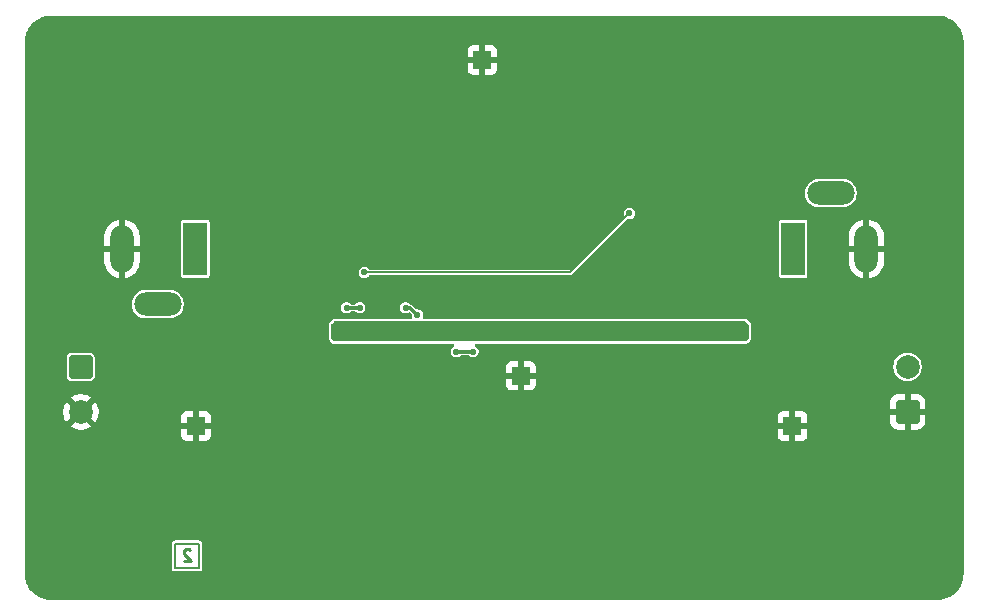
<source format=gbr>
%TF.GenerationSoftware,KiCad,Pcbnew,9.0.6+1*%
%TF.CreationDate,Date%
%TF.ProjectId,Input-Protection,496e7075-742d-4507-926f-74656374696f,+ (Unreleased)*%
%TF.SameCoordinates,Original*%
%TF.FileFunction,Copper,L2,Bot*%
%TF.FilePolarity,Positive*%
%FSLAX46Y46*%
G04 Gerber Fmt 4.6, Leading zero omitted, Abs format (unit mm)*
G04 Created by KiCad*
%MOMM*%
%LPD*%
G01*
G04 APERTURE LIST*
G04 Aperture macros list*
%AMRoundRect*
0 Rectangle with rounded corners*
0 $1 Rounding radius*
0 $2 $3 $4 $5 $6 $7 $8 $9 X,Y pos of 4 corners*
0 Add a 4 corners polygon primitive as box body*
4,1,4,$2,$3,$4,$5,$6,$7,$8,$9,$2,$3,0*
0 Add four circle primitives for the rounded corners*
1,1,$1+$1,$2,$3*
1,1,$1+$1,$4,$5*
1,1,$1+$1,$6,$7*
1,1,$1+$1,$8,$9*
0 Add four rect primitives between the rounded corners*
20,1,$1+$1,$2,$3,$4,$5,0*
20,1,$1+$1,$4,$5,$6,$7,0*
20,1,$1+$1,$6,$7,$8,$9,0*
20,1,$1+$1,$8,$9,$2,$3,0*%
G04 Aperture macros list end*
%ADD10C,0.250000*%
%TA.AperFunction,NonConductor*%
%ADD11C,0.250000*%
%TD*%
%TA.AperFunction,EtchedComponent*%
%ADD12C,0.200000*%
%TD*%
%TA.AperFunction,ComponentPad*%
%ADD13R,1.500000X1.500000*%
%TD*%
%TA.AperFunction,ComponentPad*%
%ADD14R,2.000000X4.500000*%
%TD*%
%TA.AperFunction,ComponentPad*%
%ADD15O,2.000000X4.000000*%
%TD*%
%TA.AperFunction,ComponentPad*%
%ADD16O,4.000000X2.000000*%
%TD*%
%TA.AperFunction,ComponentPad*%
%ADD17C,5.700000*%
%TD*%
%TA.AperFunction,ComponentPad*%
%ADD18RoundRect,0.250000X-0.750000X0.750000X-0.750000X-0.750000X0.750000X-0.750000X0.750000X0.750000X0*%
%TD*%
%TA.AperFunction,ComponentPad*%
%ADD19C,2.000000*%
%TD*%
%TA.AperFunction,ComponentPad*%
%ADD20RoundRect,0.250000X0.750000X-0.750000X0.750000X0.750000X-0.750000X0.750000X-0.750000X-0.750000X0*%
%TD*%
%TA.AperFunction,ViaPad*%
%ADD21C,0.550000*%
%TD*%
%TA.AperFunction,Conductor*%
%ADD22C,0.350000*%
%TD*%
%TA.AperFunction,Conductor*%
%ADD23C,0.200000*%
%TD*%
G04 APERTURE END LIST*
D10*
D11*
X131851358Y-97194857D02*
X131803739Y-97147238D01*
X131803739Y-97147238D02*
X131708501Y-97099619D01*
X131708501Y-97099619D02*
X131470406Y-97099619D01*
X131470406Y-97099619D02*
X131375168Y-97147238D01*
X131375168Y-97147238D02*
X131327549Y-97194857D01*
X131327549Y-97194857D02*
X131279930Y-97290095D01*
X131279930Y-97290095D02*
X131279930Y-97385333D01*
X131279930Y-97385333D02*
X131327549Y-97528190D01*
X131327549Y-97528190D02*
X131898977Y-98099619D01*
X131898977Y-98099619D02*
X131279930Y-98099619D01*
%TO.C,ID901*%
D12*
X130565645Y-96650000D02*
X132565645Y-96650000D01*
X132565645Y-98650000D01*
X130565645Y-98650000D01*
X130565645Y-96650000D01*
%TD*%
D13*
%TO.P,TP101,1,1*%
%TO.N,GND*%
X132315645Y-86650000D03*
%TD*%
D14*
%TO.P,J101,1*%
%TO.N,/ARCHITECTURE/1. INTERCONNECTS/VIN*%
X132265645Y-71650000D03*
D15*
%TO.P,J101,2*%
%TO.N,GND*%
X126065645Y-71650000D03*
D16*
%TO.P,J101,3*%
%TO.N,unconnected-(J101-Pad3)*%
X129065645Y-76350000D03*
%TD*%
D17*
%TO.P,H901,1,1*%
%TO.N,GND*%
X121565645Y-55650000D03*
%TD*%
D13*
%TO.P,TP104,1,1*%
%TO.N,GND*%
X182815645Y-86650000D03*
%TD*%
D14*
%TO.P,J104,1*%
%TO.N,/ARCHITECTURE/1. INTERCONNECTS/VOUT*%
X182865645Y-71650000D03*
D15*
%TO.P,J104,2*%
%TO.N,GND*%
X189065645Y-71650000D03*
D16*
%TO.P,J104,3*%
%TO.N,unconnected-(J104-Pad3)*%
X186065645Y-66950000D03*
%TD*%
D18*
%TO.P,J102,1,Pin_1*%
%TO.N,/ARCHITECTURE/1. INTERCONNECTS/VIN*%
X122565645Y-81650000D03*
D19*
%TO.P,J102,2,Pin_2*%
%TO.N,GND*%
X122565645Y-85460000D03*
%TD*%
D17*
%TO.P,H902,1,1*%
%TO.N,GND*%
X121565645Y-97650000D03*
%TD*%
D20*
%TO.P,J103,1,Pin_1*%
%TO.N,GND*%
X192565645Y-85460000D03*
D19*
%TO.P,J103,2,Pin_2*%
%TO.N,/ARCHITECTURE/1. INTERCONNECTS/VOUT*%
X192565645Y-81650000D03*
%TD*%
D17*
%TO.P,H903,1,1*%
%TO.N,GND*%
X193565645Y-55650000D03*
%TD*%
%TO.P,H904,1,1*%
%TO.N,GND*%
X193565645Y-97650000D03*
%TD*%
D13*
%TO.P,TP301,1,1*%
%TO.N,GND*%
X159815645Y-82400000D03*
%TD*%
%TO.P,TP507,1,1*%
%TO.N,GND*%
X156565645Y-55650000D03*
%TD*%
D21*
%TO.N,/ARCHITECTURE/2. POLARITY PROTECTION/VPROT*%
X144065645Y-78650000D03*
X178815645Y-78650000D03*
X178815645Y-79150000D03*
X144065645Y-79150000D03*
X144065645Y-78150000D03*
X178815645Y-78150000D03*
%TO.N,VREF_2V5*%
X146190647Y-76650000D03*
X154365645Y-80350000D03*
X155765645Y-80350000D03*
X150065645Y-76650000D03*
X145065645Y-76650000D03*
X151065645Y-77250000D03*
%TO.N,GND*%
X167065645Y-73650000D03*
X181065645Y-66900000D03*
X137565645Y-63900000D03*
X161390645Y-75450000D03*
X167965646Y-58350001D03*
X175565647Y-62650000D03*
X149065645Y-88900000D03*
X177265645Y-89950000D03*
X151065645Y-80550000D03*
X171815645Y-54900000D03*
X141565645Y-74150000D03*
X167315645Y-59400000D03*
X175315645Y-95150000D03*
X165765645Y-64150000D03*
X151315645Y-68900000D03*
X151315645Y-88400000D03*
X145065645Y-63650000D03*
X149065645Y-68400000D03*
X146565645Y-69900000D03*
X155065645Y-58400000D03*
%TO.N,VCC_5V*%
X146565645Y-73650000D03*
X169015645Y-68650000D03*
%TD*%
D22*
%TO.N,VREF_2V5*%
X146065645Y-76650000D02*
X146190647Y-76650000D01*
X150465645Y-76650000D02*
X151065645Y-77250000D01*
X145065645Y-76650000D02*
X146065645Y-76650000D01*
X150065645Y-76650000D02*
X150465645Y-76650000D01*
X154365645Y-80350000D02*
X155765645Y-80350000D01*
D23*
%TO.N,VCC_5V*%
X164015645Y-73650000D02*
X146565645Y-73650000D01*
X169015645Y-68650000D02*
X164015645Y-73650000D01*
%TD*%
%TA.AperFunction,Conductor*%
%TO.N,GND*%
G36*
X195069375Y-51900726D02*
G01*
X195329308Y-51916453D01*
X195344163Y-51918258D01*
X195596592Y-51964522D01*
X195611130Y-51968105D01*
X195856151Y-52044460D01*
X195870151Y-52049770D01*
X195972638Y-52095897D01*
X196104186Y-52155104D01*
X196117431Y-52162056D01*
X196303886Y-52274775D01*
X196337062Y-52294831D01*
X196349385Y-52303337D01*
X196551408Y-52461615D01*
X196562616Y-52471545D01*
X196744080Y-52653013D01*
X196754009Y-52664220D01*
X196912287Y-52866249D01*
X196920793Y-52878573D01*
X197053555Y-53098192D01*
X197060514Y-53111450D01*
X197165846Y-53345490D01*
X197171150Y-53359476D01*
X197247505Y-53604510D01*
X197251086Y-53619039D01*
X197297346Y-53871477D01*
X197299151Y-53886341D01*
X197305757Y-53995536D01*
X197312079Y-54100063D01*
X197314919Y-54147000D01*
X197315145Y-54154487D01*
X197315145Y-99146249D01*
X197314919Y-99153736D01*
X197299196Y-99413665D01*
X197297391Y-99428529D01*
X197251130Y-99680970D01*
X197247546Y-99695509D01*
X197171196Y-99940527D01*
X197165887Y-99954528D01*
X197060556Y-100188567D01*
X197053597Y-100201825D01*
X196920827Y-100421456D01*
X196912321Y-100433779D01*
X196754047Y-100635804D01*
X196744118Y-100647012D01*
X196562646Y-100828488D01*
X196551438Y-100838418D01*
X196349411Y-100996699D01*
X196337088Y-101005205D01*
X196117462Y-101137977D01*
X196104204Y-101144936D01*
X195870168Y-101250271D01*
X195856167Y-101255581D01*
X195611141Y-101331938D01*
X195596603Y-101335521D01*
X195344174Y-101381785D01*
X195329309Y-101383591D01*
X195070119Y-101399274D01*
X195062630Y-101399500D01*
X120069388Y-101399500D01*
X120061903Y-101399274D01*
X119801980Y-101383555D01*
X119787115Y-101381750D01*
X119534684Y-101335493D01*
X119520144Y-101331910D01*
X119275122Y-101255560D01*
X119261121Y-101250250D01*
X119027091Y-101144923D01*
X119013832Y-101137964D01*
X118794204Y-101005193D01*
X118781880Y-100996686D01*
X118579859Y-100838411D01*
X118568651Y-100828481D01*
X118387187Y-100647013D01*
X118377257Y-100635805D01*
X118218981Y-100433774D01*
X118210475Y-100421450D01*
X118077712Y-100201823D01*
X118070755Y-100188567D01*
X117965424Y-99954516D01*
X117960127Y-99940549D01*
X117883773Y-99695495D01*
X117880196Y-99680978D01*
X117833942Y-99428530D01*
X117832138Y-99413664D01*
X117819219Y-99199956D01*
X117816370Y-99152834D01*
X117816145Y-99145361D01*
X117816146Y-99105840D01*
X117816145Y-99105837D01*
X117816145Y-96610438D01*
X130265145Y-96610438D01*
X130265145Y-98689562D01*
X130278797Y-98740513D01*
X130285624Y-98765990D01*
X130285627Y-98765995D01*
X130325180Y-98834504D01*
X130325184Y-98834509D01*
X130325185Y-98834511D01*
X130381134Y-98890460D01*
X130381136Y-98890461D01*
X130381140Y-98890464D01*
X130449649Y-98930017D01*
X130449656Y-98930021D01*
X130526083Y-98950500D01*
X130526085Y-98950500D01*
X132605205Y-98950500D01*
X132605207Y-98950500D01*
X132681634Y-98930021D01*
X132750156Y-98890460D01*
X132806105Y-98834511D01*
X132845666Y-98765989D01*
X132866145Y-98689562D01*
X132866145Y-96610438D01*
X132845666Y-96534011D01*
X132845662Y-96534004D01*
X132806109Y-96465495D01*
X132806103Y-96465487D01*
X132750157Y-96409541D01*
X132750149Y-96409535D01*
X132681640Y-96369982D01*
X132681635Y-96369979D01*
X132656158Y-96363152D01*
X132605207Y-96349500D01*
X130605207Y-96349500D01*
X130526083Y-96349500D01*
X130487869Y-96359739D01*
X130449654Y-96369979D01*
X130449649Y-96369982D01*
X130381140Y-96409535D01*
X130381132Y-96409541D01*
X130325186Y-96465487D01*
X130325180Y-96465495D01*
X130285627Y-96534004D01*
X130285624Y-96534009D01*
X130271971Y-96584962D01*
X130265145Y-96610438D01*
X117816145Y-96610438D01*
X117816145Y-87447844D01*
X131065645Y-87447844D01*
X131072046Y-87507372D01*
X131072048Y-87507379D01*
X131122290Y-87642086D01*
X131122294Y-87642093D01*
X131208454Y-87757187D01*
X131208457Y-87757190D01*
X131323551Y-87843350D01*
X131323558Y-87843354D01*
X131458265Y-87893596D01*
X131458272Y-87893598D01*
X131517800Y-87899999D01*
X131517817Y-87900000D01*
X132065645Y-87900000D01*
X132565645Y-87900000D01*
X133113473Y-87900000D01*
X133113489Y-87899999D01*
X133173017Y-87893598D01*
X133173024Y-87893596D01*
X133307731Y-87843354D01*
X133307738Y-87843350D01*
X133422832Y-87757190D01*
X133422835Y-87757187D01*
X133508995Y-87642093D01*
X133508999Y-87642086D01*
X133559241Y-87507379D01*
X133559243Y-87507372D01*
X133565644Y-87447844D01*
X181565645Y-87447844D01*
X181572046Y-87507372D01*
X181572048Y-87507379D01*
X181622290Y-87642086D01*
X181622294Y-87642093D01*
X181708454Y-87757187D01*
X181708457Y-87757190D01*
X181823551Y-87843350D01*
X181823558Y-87843354D01*
X181958265Y-87893596D01*
X181958272Y-87893598D01*
X182017800Y-87899999D01*
X182017817Y-87900000D01*
X182565645Y-87900000D01*
X183065645Y-87900000D01*
X183613473Y-87900000D01*
X183613489Y-87899999D01*
X183673017Y-87893598D01*
X183673024Y-87893596D01*
X183807731Y-87843354D01*
X183807738Y-87843350D01*
X183922832Y-87757190D01*
X183922835Y-87757187D01*
X184008995Y-87642093D01*
X184008999Y-87642086D01*
X184059241Y-87507379D01*
X184059243Y-87507372D01*
X184065644Y-87447844D01*
X184065645Y-87447827D01*
X184065645Y-86900000D01*
X183065645Y-86900000D01*
X183065645Y-87900000D01*
X182565645Y-87900000D01*
X182565645Y-86900000D01*
X181565645Y-86900000D01*
X181565645Y-87447844D01*
X133565644Y-87447844D01*
X133565645Y-87447827D01*
X133565645Y-86900000D01*
X132565645Y-86900000D01*
X132565645Y-87900000D01*
X132065645Y-87900000D01*
X132065645Y-86900000D01*
X131065645Y-86900000D01*
X131065645Y-87447844D01*
X117816145Y-87447844D01*
X117816145Y-85341947D01*
X121065645Y-85341947D01*
X121065645Y-85578052D01*
X121102579Y-85811247D01*
X121175542Y-86035802D01*
X121282732Y-86246174D01*
X121342983Y-86329104D01*
X121342985Y-86329105D01*
X122041857Y-85630233D01*
X122053127Y-85672292D01*
X122125535Y-85797708D01*
X122227937Y-85900110D01*
X122353353Y-85972518D01*
X122395410Y-85983787D01*
X121696538Y-86682658D01*
X121779473Y-86742914D01*
X121989842Y-86850102D01*
X122214397Y-86923065D01*
X122214396Y-86923065D01*
X122447593Y-86960000D01*
X122683697Y-86960000D01*
X122916892Y-86923065D01*
X123141447Y-86850102D01*
X123351811Y-86742916D01*
X123434749Y-86682658D01*
X123434750Y-86682658D01*
X123356014Y-86603922D01*
X131965645Y-86603922D01*
X131965645Y-86696078D01*
X131989497Y-86785095D01*
X132035575Y-86864905D01*
X132100740Y-86930070D01*
X132180550Y-86976148D01*
X132269567Y-87000000D01*
X132361723Y-87000000D01*
X132450740Y-86976148D01*
X132530550Y-86930070D01*
X132595715Y-86864905D01*
X132641793Y-86785095D01*
X132665645Y-86696078D01*
X132665645Y-86603922D01*
X182465645Y-86603922D01*
X182465645Y-86696078D01*
X182489497Y-86785095D01*
X182535575Y-86864905D01*
X182600740Y-86930070D01*
X182680550Y-86976148D01*
X182769567Y-87000000D01*
X182861723Y-87000000D01*
X182950740Y-86976148D01*
X183030550Y-86930070D01*
X183095715Y-86864905D01*
X183141793Y-86785095D01*
X183165645Y-86696078D01*
X183165645Y-86603922D01*
X183141793Y-86514905D01*
X183095715Y-86435095D01*
X183060620Y-86400000D01*
X183065645Y-86400000D01*
X184065645Y-86400000D01*
X184065645Y-85852172D01*
X184065644Y-85852155D01*
X184059243Y-85792627D01*
X184059241Y-85792620D01*
X184025432Y-85701971D01*
X184008998Y-85657911D01*
X184008995Y-85657906D01*
X183922835Y-85542812D01*
X183922832Y-85542809D01*
X183807738Y-85456649D01*
X183807731Y-85456645D01*
X183673024Y-85406403D01*
X183673017Y-85406401D01*
X183613489Y-85400000D01*
X183065645Y-85400000D01*
X183065645Y-86400000D01*
X183060620Y-86400000D01*
X183030550Y-86369930D01*
X182950740Y-86323852D01*
X182861723Y-86300000D01*
X182769567Y-86300000D01*
X182680550Y-86323852D01*
X182600740Y-86369930D01*
X182535575Y-86435095D01*
X182489497Y-86514905D01*
X182465645Y-86603922D01*
X132665645Y-86603922D01*
X132641793Y-86514905D01*
X132595715Y-86435095D01*
X132560620Y-86400000D01*
X132565645Y-86400000D01*
X133565645Y-86400000D01*
X133565645Y-85852172D01*
X133565644Y-85852155D01*
X181565645Y-85852155D01*
X181565645Y-86400000D01*
X182565645Y-86400000D01*
X182565645Y-85400000D01*
X182017800Y-85400000D01*
X181958272Y-85406401D01*
X181958265Y-85406403D01*
X181823558Y-85456645D01*
X181823551Y-85456649D01*
X181708457Y-85542809D01*
X181708454Y-85542812D01*
X181622294Y-85657906D01*
X181622290Y-85657913D01*
X181572048Y-85792620D01*
X181572046Y-85792627D01*
X181565645Y-85852155D01*
X133565644Y-85852155D01*
X133559243Y-85792627D01*
X133559241Y-85792620D01*
X133508999Y-85657913D01*
X133508995Y-85657906D01*
X133422835Y-85542812D01*
X133422832Y-85542809D01*
X133307738Y-85456649D01*
X133307731Y-85456645D01*
X133173024Y-85406403D01*
X133173017Y-85406401D01*
X133113489Y-85400000D01*
X132565645Y-85400000D01*
X132565645Y-86400000D01*
X132560620Y-86400000D01*
X132530550Y-86369930D01*
X132450740Y-86323852D01*
X132361723Y-86300000D01*
X132269567Y-86300000D01*
X132180550Y-86323852D01*
X132100740Y-86369930D01*
X132035575Y-86435095D01*
X131989497Y-86514905D01*
X131965645Y-86603922D01*
X123356014Y-86603922D01*
X122735878Y-85983787D01*
X122777937Y-85972518D01*
X122903353Y-85900110D01*
X123005755Y-85797708D01*
X123078163Y-85672292D01*
X123089432Y-85630234D01*
X123788303Y-86329105D01*
X123788303Y-86329104D01*
X123848559Y-86246169D01*
X123848563Y-86246163D01*
X123955747Y-86035802D01*
X124015418Y-85852155D01*
X131065645Y-85852155D01*
X131065645Y-86400000D01*
X132065645Y-86400000D01*
X132065645Y-85400000D01*
X131517800Y-85400000D01*
X131458272Y-85406401D01*
X131458265Y-85406403D01*
X131323558Y-85456645D01*
X131323551Y-85456649D01*
X131208457Y-85542809D01*
X131208454Y-85542812D01*
X131122294Y-85657906D01*
X131122290Y-85657913D01*
X131072048Y-85792620D01*
X131072046Y-85792627D01*
X131065645Y-85852155D01*
X124015418Y-85852155D01*
X124028710Y-85811248D01*
X124065645Y-85578052D01*
X124065645Y-85341947D01*
X124028710Y-85108752D01*
X123955747Y-84884197D01*
X123868599Y-84713159D01*
X123868598Y-84713157D01*
X123848561Y-84673830D01*
X123838522Y-84660013D01*
X191065645Y-84660013D01*
X191065645Y-85210000D01*
X192074897Y-85210000D01*
X192053127Y-85247708D01*
X192015645Y-85387591D01*
X192015645Y-85532409D01*
X192053127Y-85672292D01*
X192074897Y-85710000D01*
X191065646Y-85710000D01*
X191065646Y-86259986D01*
X191076139Y-86362697D01*
X191131286Y-86529119D01*
X191131288Y-86529124D01*
X191223329Y-86678345D01*
X191347299Y-86802315D01*
X191496520Y-86894356D01*
X191496525Y-86894358D01*
X191662947Y-86949505D01*
X191662954Y-86949506D01*
X191765664Y-86959999D01*
X192315644Y-86959999D01*
X192315645Y-86959998D01*
X192315645Y-85950747D01*
X192353353Y-85972518D01*
X192493236Y-86010000D01*
X192638054Y-86010000D01*
X192777937Y-85972518D01*
X192815645Y-85950747D01*
X192815645Y-86959999D01*
X193365617Y-86959999D01*
X193365631Y-86959998D01*
X193468342Y-86949505D01*
X193634764Y-86894358D01*
X193634769Y-86894356D01*
X193783990Y-86802315D01*
X193907960Y-86678345D01*
X194000001Y-86529124D01*
X194000003Y-86529119D01*
X194055150Y-86362697D01*
X194055151Y-86362690D01*
X194065644Y-86259986D01*
X194065645Y-86259973D01*
X194065645Y-85710000D01*
X193056393Y-85710000D01*
X193078163Y-85672292D01*
X193115645Y-85532409D01*
X193115645Y-85387591D01*
X193078163Y-85247708D01*
X193056393Y-85210000D01*
X194065644Y-85210000D01*
X194065644Y-84660028D01*
X194065643Y-84660013D01*
X194055150Y-84557302D01*
X194000003Y-84390880D01*
X194000001Y-84390875D01*
X193907960Y-84241654D01*
X193783990Y-84117684D01*
X193634769Y-84025643D01*
X193634764Y-84025641D01*
X193468342Y-83970494D01*
X193468335Y-83970493D01*
X193365631Y-83960000D01*
X192815645Y-83960000D01*
X192815645Y-84969252D01*
X192777937Y-84947482D01*
X192638054Y-84910000D01*
X192493236Y-84910000D01*
X192353353Y-84947482D01*
X192315645Y-84969252D01*
X192315645Y-83960000D01*
X191765673Y-83960000D01*
X191765657Y-83960001D01*
X191662947Y-83970494D01*
X191496525Y-84025641D01*
X191496520Y-84025643D01*
X191347299Y-84117684D01*
X191223329Y-84241654D01*
X191131288Y-84390875D01*
X191131286Y-84390880D01*
X191076139Y-84557302D01*
X191076138Y-84557309D01*
X191065645Y-84660013D01*
X123838522Y-84660013D01*
X123788303Y-84590894D01*
X123788303Y-84590893D01*
X123089432Y-85289765D01*
X123078163Y-85247708D01*
X123005755Y-85122292D01*
X122903353Y-85019890D01*
X122777937Y-84947482D01*
X122735879Y-84936212D01*
X123434750Y-84237340D01*
X123434749Y-84237338D01*
X123351819Y-84177087D01*
X123141447Y-84069897D01*
X122916892Y-83996934D01*
X122916893Y-83996934D01*
X122683697Y-83960000D01*
X122447593Y-83960000D01*
X122214397Y-83996934D01*
X121989842Y-84069897D01*
X121779475Y-84177084D01*
X121696539Y-84237340D01*
X122395411Y-84936212D01*
X122353353Y-84947482D01*
X122227937Y-85019890D01*
X122125535Y-85122292D01*
X122053127Y-85247708D01*
X122041857Y-85289766D01*
X121342985Y-84590894D01*
X121282729Y-84673830D01*
X121175542Y-84884197D01*
X121102579Y-85108752D01*
X121065645Y-85341947D01*
X117816145Y-85341947D01*
X117816145Y-83197844D01*
X158565645Y-83197844D01*
X158572046Y-83257372D01*
X158572048Y-83257379D01*
X158622290Y-83392086D01*
X158622294Y-83392093D01*
X158708454Y-83507187D01*
X158708457Y-83507190D01*
X158823551Y-83593350D01*
X158823558Y-83593354D01*
X158958265Y-83643596D01*
X158958272Y-83643598D01*
X159017800Y-83649999D01*
X159017817Y-83650000D01*
X159565645Y-83650000D01*
X160065645Y-83650000D01*
X160613473Y-83650000D01*
X160613489Y-83649999D01*
X160673017Y-83643598D01*
X160673024Y-83643596D01*
X160807731Y-83593354D01*
X160807738Y-83593350D01*
X160922832Y-83507190D01*
X160922835Y-83507187D01*
X161008995Y-83392093D01*
X161008999Y-83392086D01*
X161059241Y-83257379D01*
X161059243Y-83257372D01*
X161065644Y-83197844D01*
X161065645Y-83197827D01*
X161065645Y-82650000D01*
X160065645Y-82650000D01*
X160065645Y-83650000D01*
X159565645Y-83650000D01*
X159565645Y-82650000D01*
X158565645Y-82650000D01*
X158565645Y-83197844D01*
X117816145Y-83197844D01*
X117816145Y-80845730D01*
X121365145Y-80845730D01*
X121365145Y-82454269D01*
X121367998Y-82484699D01*
X121367998Y-82484701D01*
X121412851Y-82612880D01*
X121412852Y-82612882D01*
X121493495Y-82722150D01*
X121602763Y-82802793D01*
X121645490Y-82817744D01*
X121730944Y-82847646D01*
X121761375Y-82850500D01*
X121761379Y-82850500D01*
X123369915Y-82850500D01*
X123400344Y-82847646D01*
X123400346Y-82847646D01*
X123464435Y-82825219D01*
X123528527Y-82802793D01*
X123637795Y-82722150D01*
X123718438Y-82612882D01*
X123763291Y-82484699D01*
X123766145Y-82454266D01*
X123766145Y-82353922D01*
X159465645Y-82353922D01*
X159465645Y-82446078D01*
X159489497Y-82535095D01*
X159535575Y-82614905D01*
X159600740Y-82680070D01*
X159680550Y-82726148D01*
X159769567Y-82750000D01*
X159861723Y-82750000D01*
X159950740Y-82726148D01*
X160030550Y-82680070D01*
X160095715Y-82614905D01*
X160141793Y-82535095D01*
X160165645Y-82446078D01*
X160165645Y-82353922D01*
X160141793Y-82264905D01*
X160095715Y-82185095D01*
X160060620Y-82150000D01*
X160065645Y-82150000D01*
X161065645Y-82150000D01*
X161065645Y-81602172D01*
X161065644Y-81602157D01*
X161061531Y-81563904D01*
X161061531Y-81563903D01*
X161060629Y-81555513D01*
X191365145Y-81555513D01*
X191365145Y-81744486D01*
X191394704Y-81931118D01*
X191453099Y-82110836D01*
X191531602Y-82264905D01*
X191538885Y-82279199D01*
X191649955Y-82432073D01*
X191783572Y-82565690D01*
X191936446Y-82676760D01*
X192015992Y-82717290D01*
X192104808Y-82762545D01*
X192104810Y-82762545D01*
X192104813Y-82762547D01*
X192201142Y-82793846D01*
X192284526Y-82820940D01*
X192471159Y-82850500D01*
X192471164Y-82850500D01*
X192660131Y-82850500D01*
X192846763Y-82820940D01*
X192902616Y-82802792D01*
X193026477Y-82762547D01*
X193194844Y-82676760D01*
X193347718Y-82565690D01*
X193481335Y-82432073D01*
X193592405Y-82279199D01*
X193678192Y-82110832D01*
X193736585Y-81931118D01*
X193766145Y-81744486D01*
X193766145Y-81555513D01*
X193736585Y-81368881D01*
X193683872Y-81206649D01*
X193678192Y-81189168D01*
X193678190Y-81189165D01*
X193678190Y-81189163D01*
X193592404Y-81020800D01*
X193481335Y-80867927D01*
X193347718Y-80734310D01*
X193194844Y-80623240D01*
X193026481Y-80537454D01*
X192846763Y-80479059D01*
X192660131Y-80449500D01*
X192660126Y-80449500D01*
X192471164Y-80449500D01*
X192471159Y-80449500D01*
X192284526Y-80479059D01*
X192104808Y-80537454D01*
X191936445Y-80623240D01*
X191910673Y-80641965D01*
X191783572Y-80734310D01*
X191783570Y-80734312D01*
X191783569Y-80734312D01*
X191649957Y-80867924D01*
X191649957Y-80867925D01*
X191649955Y-80867927D01*
X191602255Y-80933579D01*
X191538885Y-81020800D01*
X191453099Y-81189163D01*
X191394704Y-81368881D01*
X191365145Y-81555513D01*
X161060629Y-81555513D01*
X161059243Y-81542627D01*
X161059241Y-81542620D01*
X161008999Y-81407913D01*
X161008995Y-81407906D01*
X160922835Y-81292812D01*
X160922832Y-81292809D01*
X160807738Y-81206649D01*
X160807731Y-81206645D01*
X160673024Y-81156403D01*
X160673017Y-81156401D01*
X160613489Y-81150000D01*
X160065645Y-81150000D01*
X160065645Y-82150000D01*
X160060620Y-82150000D01*
X160030550Y-82119930D01*
X159950740Y-82073852D01*
X159861723Y-82050000D01*
X159769567Y-82050000D01*
X159680550Y-82073852D01*
X159600740Y-82119930D01*
X159535575Y-82185095D01*
X159489497Y-82264905D01*
X159465645Y-82353922D01*
X123766145Y-82353922D01*
X123766145Y-81602155D01*
X158565645Y-81602155D01*
X158565645Y-82150000D01*
X159565645Y-82150000D01*
X159565645Y-81150000D01*
X159017800Y-81150000D01*
X158958272Y-81156401D01*
X158958265Y-81156403D01*
X158823558Y-81206645D01*
X158823551Y-81206649D01*
X158708457Y-81292809D01*
X158708454Y-81292812D01*
X158622294Y-81407906D01*
X158622290Y-81407913D01*
X158572048Y-81542620D01*
X158572046Y-81542627D01*
X158565645Y-81602155D01*
X123766145Y-81602155D01*
X123766145Y-80845734D01*
X123764247Y-80825500D01*
X123763291Y-80815300D01*
X123763291Y-80815298D01*
X123718438Y-80687119D01*
X123718437Y-80687117D01*
X123637795Y-80577850D01*
X123528527Y-80497207D01*
X123528525Y-80497206D01*
X123400345Y-80452353D01*
X123369915Y-80449500D01*
X123369911Y-80449500D01*
X121761379Y-80449500D01*
X121761375Y-80449500D01*
X121730945Y-80452353D01*
X121730943Y-80452353D01*
X121602764Y-80497206D01*
X121602762Y-80497207D01*
X121493495Y-80577850D01*
X121412852Y-80687117D01*
X121412851Y-80687119D01*
X121367998Y-80815298D01*
X121367998Y-80815300D01*
X121365145Y-80845730D01*
X117816145Y-80845730D01*
X117816145Y-78101365D01*
X143560145Y-78101365D01*
X143560145Y-79198638D01*
X143561323Y-79220618D01*
X143564156Y-79246965D01*
X143564157Y-79246967D01*
X143588115Y-79323478D01*
X143588116Y-79323483D01*
X143602517Y-79349855D01*
X143621601Y-79384805D01*
X143621603Y-79384808D01*
X143621605Y-79384811D01*
X143656643Y-79431615D01*
X143656647Y-79431619D01*
X143656654Y-79431629D01*
X143656658Y-79431633D01*
X143656661Y-79431636D01*
X143834010Y-79608986D01*
X143834011Y-79608987D01*
X143850361Y-79623674D01*
X143850375Y-79623686D01*
X143850383Y-79623693D01*
X143858781Y-79630460D01*
X143871024Y-79640327D01*
X143942069Y-79677490D01*
X144009101Y-79697173D01*
X144009103Y-79697173D01*
X144009109Y-79697175D01*
X144067007Y-79705500D01*
X144067011Y-79705500D01*
X154068178Y-79705500D01*
X154135217Y-79725185D01*
X154180972Y-79777989D01*
X154190916Y-79847147D01*
X154161891Y-79910703D01*
X154130178Y-79936886D01*
X154111505Y-79947667D01*
X154073681Y-79969504D01*
X153985151Y-80058034D01*
X153985149Y-80058037D01*
X153922550Y-80166463D01*
X153922550Y-80166464D01*
X153890145Y-80287399D01*
X153890145Y-80412601D01*
X153922550Y-80533536D01*
X153985150Y-80641964D01*
X154073681Y-80730495D01*
X154182109Y-80793095D01*
X154303044Y-80825500D01*
X154303046Y-80825500D01*
X154428244Y-80825500D01*
X154428246Y-80825500D01*
X154549181Y-80793095D01*
X154657609Y-80730495D01*
X154726286Y-80661818D01*
X154787610Y-80628334D01*
X154813967Y-80625500D01*
X155317323Y-80625500D01*
X155384362Y-80645185D01*
X155405004Y-80661818D01*
X155473682Y-80730496D01*
X155480292Y-80734312D01*
X155582109Y-80793095D01*
X155703044Y-80825500D01*
X155703046Y-80825500D01*
X155828244Y-80825500D01*
X155828246Y-80825500D01*
X155949181Y-80793095D01*
X156057609Y-80730495D01*
X156146140Y-80641964D01*
X156208740Y-80533536D01*
X156241145Y-80412601D01*
X156241145Y-80287399D01*
X156208740Y-80166464D01*
X156146140Y-80058036D01*
X156057609Y-79969505D01*
X156057608Y-79969504D01*
X156031548Y-79954459D01*
X156001111Y-79936886D01*
X155952897Y-79886321D01*
X155939673Y-79817714D01*
X155965641Y-79752849D01*
X156022554Y-79712320D01*
X156063112Y-79705500D01*
X178814284Y-79705500D01*
X178816825Y-79705363D01*
X178836252Y-79704322D01*
X178836259Y-79704321D01*
X178836263Y-79704321D01*
X178862610Y-79701488D01*
X178939127Y-79677529D01*
X179000450Y-79644044D01*
X179047274Y-79608991D01*
X179224636Y-79431629D01*
X179239338Y-79415262D01*
X179255972Y-79394620D01*
X179293135Y-79323575D01*
X179312820Y-79256536D01*
X179321145Y-79198638D01*
X179321145Y-78101362D01*
X179319967Y-78079393D01*
X179317133Y-78053035D01*
X179293174Y-77976518D01*
X179259689Y-77915195D01*
X179259684Y-77915188D01*
X179224646Y-77868384D01*
X179224643Y-77868381D01*
X179224636Y-77868371D01*
X179224628Y-77868363D01*
X179047279Y-77691013D01*
X179047278Y-77691012D01*
X179030928Y-77676325D01*
X179030914Y-77676313D01*
X179010265Y-77659672D01*
X178939220Y-77622509D01*
X178872188Y-77602826D01*
X178871539Y-77602732D01*
X178814283Y-77594500D01*
X178814279Y-77594500D01*
X151627210Y-77594500D01*
X151560171Y-77574815D01*
X151514416Y-77522011D01*
X151504472Y-77452853D01*
X151507435Y-77438406D01*
X151523953Y-77376760D01*
X151541145Y-77312601D01*
X151541145Y-77187399D01*
X151508740Y-77066464D01*
X151446140Y-76958036D01*
X151357609Y-76869505D01*
X151249181Y-76806905D01*
X151249182Y-76806905D01*
X151208869Y-76796103D01*
X151128246Y-76774500D01*
X151031122Y-76774500D01*
X150964083Y-76754815D01*
X150943441Y-76738181D01*
X150621704Y-76416444D01*
X150621703Y-76416443D01*
X150520445Y-76374500D01*
X150513967Y-76374500D01*
X150446928Y-76354815D01*
X150426286Y-76338182D01*
X150357607Y-76269503D01*
X150249181Y-76206905D01*
X150249182Y-76206905D01*
X150208869Y-76196103D01*
X150128246Y-76174500D01*
X150003044Y-76174500D01*
X149922420Y-76196103D01*
X149882108Y-76206905D01*
X149773682Y-76269504D01*
X149773679Y-76269506D01*
X149685151Y-76358034D01*
X149685149Y-76358037D01*
X149622550Y-76466463D01*
X149622550Y-76466464D01*
X149590145Y-76587399D01*
X149590145Y-76712601D01*
X149622550Y-76833536D01*
X149685150Y-76941964D01*
X149773681Y-77030495D01*
X149882109Y-77093095D01*
X150003044Y-77125500D01*
X150003046Y-77125500D01*
X150128244Y-77125500D01*
X150128246Y-77125500D01*
X150249181Y-77093095D01*
X150337919Y-77041862D01*
X150364982Y-77035296D01*
X150391072Y-77025566D01*
X150398464Y-77027174D01*
X150405818Y-77025390D01*
X150432135Y-77034498D01*
X150459345Y-77040418D01*
X150468037Y-77046925D01*
X150471845Y-77048243D01*
X150487595Y-77061565D01*
X150519123Y-77093093D01*
X150553826Y-77127796D01*
X150587311Y-77189119D01*
X150590145Y-77215477D01*
X150590145Y-77312601D01*
X150607337Y-77376760D01*
X150623855Y-77438406D01*
X150622192Y-77508256D01*
X150583030Y-77566119D01*
X150518801Y-77593623D01*
X150504080Y-77594500D01*
X144067006Y-77594500D01*
X144045026Y-77595678D01*
X144018679Y-77598511D01*
X144018677Y-77598512D01*
X143942166Y-77622470D01*
X143942161Y-77622471D01*
X143880833Y-77655960D01*
X143834029Y-77690998D01*
X143834008Y-77691016D01*
X143656658Y-77868365D01*
X143656657Y-77868366D01*
X143641970Y-77884716D01*
X143641958Y-77884730D01*
X143625317Y-77905379D01*
X143588154Y-77976424D01*
X143568471Y-78043456D01*
X143568470Y-78043464D01*
X143560146Y-78101361D01*
X143560145Y-78101365D01*
X117816145Y-78101365D01*
X117816145Y-76255513D01*
X126865145Y-76255513D01*
X126865145Y-76444486D01*
X126894704Y-76631118D01*
X126953099Y-76810836D01*
X127011524Y-76925500D01*
X127038885Y-76979199D01*
X127149955Y-77132073D01*
X127283572Y-77265690D01*
X127436446Y-77376760D01*
X127515992Y-77417290D01*
X127604808Y-77462545D01*
X127604810Y-77462545D01*
X127604813Y-77462547D01*
X127701142Y-77493846D01*
X127784526Y-77520940D01*
X127971159Y-77550500D01*
X127971164Y-77550500D01*
X130160131Y-77550500D01*
X130346763Y-77520940D01*
X130385800Y-77508256D01*
X130526477Y-77462547D01*
X130694844Y-77376760D01*
X130847718Y-77265690D01*
X130981335Y-77132073D01*
X131092405Y-76979199D01*
X131178192Y-76810832D01*
X131236585Y-76631118D01*
X131243509Y-76587399D01*
X144590145Y-76587399D01*
X144590145Y-76712601D01*
X144622550Y-76833536D01*
X144685150Y-76941964D01*
X144773681Y-77030495D01*
X144882109Y-77093095D01*
X145003044Y-77125500D01*
X145003046Y-77125500D01*
X145128244Y-77125500D01*
X145128246Y-77125500D01*
X145249181Y-77093095D01*
X145357609Y-77030495D01*
X145426286Y-76961818D01*
X145453216Y-76947113D01*
X145479032Y-76930523D01*
X145485234Y-76929631D01*
X145487610Y-76928334D01*
X145513967Y-76925500D01*
X145742325Y-76925500D01*
X145809364Y-76945185D01*
X145830006Y-76961818D01*
X145898684Y-77030496D01*
X145915870Y-77040418D01*
X146007111Y-77093095D01*
X146128046Y-77125500D01*
X146128048Y-77125500D01*
X146253246Y-77125500D01*
X146253248Y-77125500D01*
X146374183Y-77093095D01*
X146482611Y-77030495D01*
X146571142Y-76941964D01*
X146633742Y-76833536D01*
X146666147Y-76712601D01*
X146666147Y-76587399D01*
X146633742Y-76466464D01*
X146571142Y-76358036D01*
X146482611Y-76269505D01*
X146374183Y-76206905D01*
X146374184Y-76206905D01*
X146333871Y-76196103D01*
X146253248Y-76174500D01*
X146128046Y-76174500D01*
X146047422Y-76196103D01*
X146007110Y-76206905D01*
X145898684Y-76269503D01*
X145830006Y-76338182D01*
X145803075Y-76352886D01*
X145777260Y-76369477D01*
X145771057Y-76370368D01*
X145768682Y-76371666D01*
X145742325Y-76374500D01*
X145513967Y-76374500D01*
X145446928Y-76354815D01*
X145426286Y-76338182D01*
X145357607Y-76269503D01*
X145249181Y-76206905D01*
X145249182Y-76206905D01*
X145208869Y-76196103D01*
X145128246Y-76174500D01*
X145003044Y-76174500D01*
X144922420Y-76196103D01*
X144882108Y-76206905D01*
X144773682Y-76269504D01*
X144773679Y-76269506D01*
X144685151Y-76358034D01*
X144685149Y-76358037D01*
X144622550Y-76466463D01*
X144622550Y-76466464D01*
X144590145Y-76587399D01*
X131243509Y-76587399D01*
X131247869Y-76559873D01*
X131266145Y-76444486D01*
X131266145Y-76255513D01*
X131236585Y-76068881D01*
X131178190Y-75889163D01*
X131092404Y-75720800D01*
X130981335Y-75567927D01*
X130847718Y-75434310D01*
X130694844Y-75323240D01*
X130526481Y-75237454D01*
X130346763Y-75179059D01*
X130160131Y-75149500D01*
X130160126Y-75149500D01*
X127971164Y-75149500D01*
X127971159Y-75149500D01*
X127784526Y-75179059D01*
X127604808Y-75237454D01*
X127436445Y-75323240D01*
X127349224Y-75386610D01*
X127283572Y-75434310D01*
X127283570Y-75434312D01*
X127283569Y-75434312D01*
X127149957Y-75567924D01*
X127149957Y-75567925D01*
X127149955Y-75567927D01*
X127102255Y-75633579D01*
X127038885Y-75720800D01*
X126953099Y-75889163D01*
X126894704Y-76068881D01*
X126865145Y-76255513D01*
X117816145Y-76255513D01*
X117816145Y-70531947D01*
X124565645Y-70531947D01*
X124565645Y-71400000D01*
X125565645Y-71400000D01*
X125565645Y-71900000D01*
X124565645Y-71900000D01*
X124565645Y-72768052D01*
X124602579Y-73001247D01*
X124675542Y-73225802D01*
X124782730Y-73436171D01*
X124921511Y-73627186D01*
X125088458Y-73794133D01*
X125279473Y-73932914D01*
X125489840Y-74040102D01*
X125714389Y-74113063D01*
X125714395Y-74113065D01*
X125815645Y-74129101D01*
X125815645Y-73083012D01*
X125872652Y-73115925D01*
X125999819Y-73150000D01*
X126131471Y-73150000D01*
X126258638Y-73115925D01*
X126315645Y-73083012D01*
X126315645Y-74129100D01*
X126416894Y-74113065D01*
X126416900Y-74113063D01*
X126641449Y-74040102D01*
X126851816Y-73932914D01*
X127042831Y-73794133D01*
X127209778Y-73627186D01*
X127348559Y-73436171D01*
X127455747Y-73225802D01*
X127528710Y-73001247D01*
X127565645Y-72768052D01*
X127565645Y-71900000D01*
X126565645Y-71900000D01*
X126565645Y-71400000D01*
X127565645Y-71400000D01*
X127565645Y-70531947D01*
X127528710Y-70298752D01*
X127455747Y-70074197D01*
X127348559Y-69863828D01*
X127209778Y-69672813D01*
X127042831Y-69505866D01*
X127042825Y-69505861D01*
X126999645Y-69474489D01*
X126999629Y-69474478D01*
X126869932Y-69380247D01*
X131065145Y-69380247D01*
X131065145Y-73919752D01*
X131076776Y-73978229D01*
X131076777Y-73978230D01*
X131121092Y-74044552D01*
X131187414Y-74088867D01*
X131187415Y-74088868D01*
X131245892Y-74100499D01*
X131245895Y-74100500D01*
X131245897Y-74100500D01*
X133285395Y-74100500D01*
X133285396Y-74100499D01*
X133300213Y-74097552D01*
X133343874Y-74088868D01*
X133343874Y-74088867D01*
X133343876Y-74088867D01*
X133410197Y-74044552D01*
X133454512Y-73978231D01*
X133454512Y-73978229D01*
X133454513Y-73978229D01*
X133466144Y-73919752D01*
X133466145Y-73919750D01*
X133466145Y-73587399D01*
X146090145Y-73587399D01*
X146090145Y-73712601D01*
X146122550Y-73833536D01*
X146185150Y-73941964D01*
X146273681Y-74030495D01*
X146382109Y-74093095D01*
X146503044Y-74125500D01*
X146503046Y-74125500D01*
X146628244Y-74125500D01*
X146628246Y-74125500D01*
X146749181Y-74093095D01*
X146857609Y-74030495D01*
X146946140Y-73941964D01*
X146963150Y-73912500D01*
X147013717Y-73864285D01*
X147070538Y-73850500D01*
X164055525Y-73850500D01*
X164055527Y-73850500D01*
X164129219Y-73819976D01*
X168568946Y-69380247D01*
X181665145Y-69380247D01*
X181665145Y-73919752D01*
X181676776Y-73978229D01*
X181676777Y-73978230D01*
X181721092Y-74044552D01*
X181787414Y-74088867D01*
X181787415Y-74088868D01*
X181845892Y-74100499D01*
X181845895Y-74100500D01*
X181845897Y-74100500D01*
X183885395Y-74100500D01*
X183885396Y-74100499D01*
X183900213Y-74097552D01*
X183943874Y-74088868D01*
X183943874Y-74088867D01*
X183943876Y-74088867D01*
X184010197Y-74044552D01*
X184054512Y-73978231D01*
X184054512Y-73978229D01*
X184054513Y-73978229D01*
X184066144Y-73919752D01*
X184066145Y-73919750D01*
X184066145Y-70531947D01*
X187565645Y-70531947D01*
X187565645Y-71400000D01*
X188565645Y-71400000D01*
X188565645Y-71900000D01*
X187565645Y-71900000D01*
X187565645Y-72768052D01*
X187602579Y-73001247D01*
X187675542Y-73225802D01*
X187782730Y-73436171D01*
X187921511Y-73627186D01*
X188088458Y-73794133D01*
X188279473Y-73932914D01*
X188489840Y-74040102D01*
X188714389Y-74113063D01*
X188714395Y-74113065D01*
X188815645Y-74129101D01*
X188815645Y-73083012D01*
X188872652Y-73115925D01*
X188999819Y-73150000D01*
X189131471Y-73150000D01*
X189258638Y-73115925D01*
X189315645Y-73083012D01*
X189315645Y-74129100D01*
X189416894Y-74113065D01*
X189416900Y-74113063D01*
X189641449Y-74040102D01*
X189851816Y-73932914D01*
X190042831Y-73794133D01*
X190209778Y-73627186D01*
X190348559Y-73436171D01*
X190455747Y-73225802D01*
X190528710Y-73001247D01*
X190565645Y-72768052D01*
X190565645Y-71900000D01*
X189565645Y-71900000D01*
X189565645Y-71400000D01*
X190565645Y-71400000D01*
X190565645Y-70531947D01*
X190528710Y-70298752D01*
X190455747Y-70074197D01*
X190348559Y-69863828D01*
X190209778Y-69672813D01*
X190042831Y-69505866D01*
X189851816Y-69367085D01*
X189641447Y-69259897D01*
X189416892Y-69186934D01*
X189315645Y-69170897D01*
X189315645Y-70216988D01*
X189258638Y-70184075D01*
X189131471Y-70150000D01*
X188999819Y-70150000D01*
X188872652Y-70184075D01*
X188815645Y-70216988D01*
X188815645Y-69170897D01*
X188714397Y-69186934D01*
X188489842Y-69259897D01*
X188279473Y-69367085D01*
X188088458Y-69505866D01*
X187921511Y-69672813D01*
X187782730Y-69863828D01*
X187675542Y-70074197D01*
X187602579Y-70298752D01*
X187565645Y-70531947D01*
X184066145Y-70531947D01*
X184066145Y-69380249D01*
X184066144Y-69380247D01*
X184054513Y-69321770D01*
X184054512Y-69321769D01*
X184010197Y-69255447D01*
X183943875Y-69211132D01*
X183943874Y-69211131D01*
X183885397Y-69199500D01*
X183885393Y-69199500D01*
X181845897Y-69199500D01*
X181845892Y-69199500D01*
X181787415Y-69211131D01*
X181787414Y-69211132D01*
X181721092Y-69255447D01*
X181676777Y-69321769D01*
X181676776Y-69321770D01*
X181665145Y-69380247D01*
X168568946Y-69380247D01*
X168800408Y-69148785D01*
X168861729Y-69115302D01*
X168920181Y-69116693D01*
X168953044Y-69125500D01*
X168953045Y-69125500D01*
X169078244Y-69125500D01*
X169078246Y-69125500D01*
X169199181Y-69093095D01*
X169307609Y-69030495D01*
X169396140Y-68941964D01*
X169458740Y-68833536D01*
X169491145Y-68712601D01*
X169491145Y-68587399D01*
X169458740Y-68466464D01*
X169396140Y-68358036D01*
X169307609Y-68269505D01*
X169199181Y-68206905D01*
X169199182Y-68206905D01*
X169158869Y-68196103D01*
X169078246Y-68174500D01*
X168953044Y-68174500D01*
X168872420Y-68196103D01*
X168832108Y-68206905D01*
X168723682Y-68269504D01*
X168723679Y-68269506D01*
X168635151Y-68358034D01*
X168635149Y-68358037D01*
X168572550Y-68466463D01*
X168540145Y-68587400D01*
X168540145Y-68712603D01*
X168548950Y-68745464D01*
X168547287Y-68815314D01*
X168516856Y-68865237D01*
X163968914Y-73413181D01*
X163907591Y-73446666D01*
X163881233Y-73449500D01*
X147070538Y-73449500D01*
X147003499Y-73429815D01*
X146963150Y-73387499D01*
X146946140Y-73358036D01*
X146857610Y-73269506D01*
X146857609Y-73269505D01*
X146749181Y-73206905D01*
X146749182Y-73206905D01*
X146708869Y-73196103D01*
X146628246Y-73174500D01*
X146503044Y-73174500D01*
X146422420Y-73196103D01*
X146382108Y-73206905D01*
X146273682Y-73269504D01*
X146273679Y-73269506D01*
X146185151Y-73358034D01*
X146185149Y-73358037D01*
X146122550Y-73466463D01*
X146122550Y-73466464D01*
X146090145Y-73587399D01*
X133466145Y-73587399D01*
X133466145Y-69380249D01*
X133466144Y-69380247D01*
X133454513Y-69321770D01*
X133454512Y-69321769D01*
X133410197Y-69255447D01*
X133343875Y-69211132D01*
X133343874Y-69211131D01*
X133285397Y-69199500D01*
X133285393Y-69199500D01*
X131245897Y-69199500D01*
X131245892Y-69199500D01*
X131187415Y-69211131D01*
X131187414Y-69211132D01*
X131121092Y-69255447D01*
X131076777Y-69321769D01*
X131076776Y-69321770D01*
X131065145Y-69380247D01*
X126869932Y-69380247D01*
X126851816Y-69367085D01*
X126641447Y-69259897D01*
X126416892Y-69186934D01*
X126315645Y-69170897D01*
X126315645Y-70216988D01*
X126258638Y-70184075D01*
X126131471Y-70150000D01*
X125999819Y-70150000D01*
X125872652Y-70184075D01*
X125815645Y-70216988D01*
X125815645Y-69170897D01*
X125714397Y-69186934D01*
X125489842Y-69259897D01*
X125279473Y-69367085D01*
X125088458Y-69505866D01*
X124921511Y-69672813D01*
X124782730Y-69863828D01*
X124675542Y-70074197D01*
X124602579Y-70298752D01*
X124565645Y-70531947D01*
X117816145Y-70531947D01*
X117816145Y-66855513D01*
X183865145Y-66855513D01*
X183865145Y-67044486D01*
X183894704Y-67231118D01*
X183953099Y-67410836D01*
X184038885Y-67579199D01*
X184149955Y-67732073D01*
X184283572Y-67865690D01*
X184436446Y-67976760D01*
X184515992Y-68017290D01*
X184604808Y-68062545D01*
X184604810Y-68062545D01*
X184604813Y-68062547D01*
X184701142Y-68093846D01*
X184784526Y-68120940D01*
X184971159Y-68150500D01*
X184971164Y-68150500D01*
X187160131Y-68150500D01*
X187346763Y-68120940D01*
X187526477Y-68062547D01*
X187694844Y-67976760D01*
X187847718Y-67865690D01*
X187981335Y-67732073D01*
X188092405Y-67579199D01*
X188178192Y-67410832D01*
X188236585Y-67231118D01*
X188266145Y-67044486D01*
X188266145Y-66855513D01*
X188236585Y-66668881D01*
X188178190Y-66489163D01*
X188092404Y-66320800D01*
X187981335Y-66167927D01*
X187847718Y-66034310D01*
X187694844Y-65923240D01*
X187526481Y-65837454D01*
X187346763Y-65779059D01*
X187160131Y-65749500D01*
X187160126Y-65749500D01*
X184971164Y-65749500D01*
X184971159Y-65749500D01*
X184784526Y-65779059D01*
X184604808Y-65837454D01*
X184436445Y-65923240D01*
X184349224Y-65986610D01*
X184283572Y-66034310D01*
X184283570Y-66034312D01*
X184283569Y-66034312D01*
X184149957Y-66167924D01*
X184149957Y-66167925D01*
X184149955Y-66167927D01*
X184102255Y-66233579D01*
X184038885Y-66320800D01*
X183953099Y-66489163D01*
X183894704Y-66668881D01*
X183865145Y-66855513D01*
X117816145Y-66855513D01*
X117816145Y-56447844D01*
X155315645Y-56447844D01*
X155322046Y-56507372D01*
X155322048Y-56507379D01*
X155372290Y-56642086D01*
X155372294Y-56642093D01*
X155458454Y-56757187D01*
X155458457Y-56757190D01*
X155573551Y-56843350D01*
X155573558Y-56843354D01*
X155708265Y-56893596D01*
X155708272Y-56893598D01*
X155767800Y-56899999D01*
X155767817Y-56900000D01*
X156315645Y-56900000D01*
X156815645Y-56900000D01*
X157363473Y-56900000D01*
X157363489Y-56899999D01*
X157423017Y-56893598D01*
X157423024Y-56893596D01*
X157557731Y-56843354D01*
X157557738Y-56843350D01*
X157672832Y-56757190D01*
X157672835Y-56757187D01*
X157758995Y-56642093D01*
X157758999Y-56642086D01*
X157809241Y-56507379D01*
X157809243Y-56507372D01*
X157815644Y-56447844D01*
X157815645Y-56447827D01*
X157815645Y-55900000D01*
X156815645Y-55900000D01*
X156815645Y-56900000D01*
X156315645Y-56900000D01*
X156315645Y-55900000D01*
X155315645Y-55900000D01*
X155315645Y-56447844D01*
X117816145Y-56447844D01*
X117816145Y-55603922D01*
X156215645Y-55603922D01*
X156215645Y-55696078D01*
X156239497Y-55785095D01*
X156285575Y-55864905D01*
X156350740Y-55930070D01*
X156430550Y-55976148D01*
X156519567Y-56000000D01*
X156611723Y-56000000D01*
X156700740Y-55976148D01*
X156780550Y-55930070D01*
X156845715Y-55864905D01*
X156891793Y-55785095D01*
X156915645Y-55696078D01*
X156915645Y-55603922D01*
X156891793Y-55514905D01*
X156845715Y-55435095D01*
X156810620Y-55400000D01*
X156815645Y-55400000D01*
X157815645Y-55400000D01*
X157815645Y-54852172D01*
X157815644Y-54852155D01*
X157809243Y-54792627D01*
X157809241Y-54792620D01*
X157758999Y-54657913D01*
X157758995Y-54657906D01*
X157672835Y-54542812D01*
X157672832Y-54542809D01*
X157557738Y-54456649D01*
X157557731Y-54456645D01*
X157423024Y-54406403D01*
X157423017Y-54406401D01*
X157363489Y-54400000D01*
X156815645Y-54400000D01*
X156815645Y-55400000D01*
X156810620Y-55400000D01*
X156780550Y-55369930D01*
X156700740Y-55323852D01*
X156611723Y-55300000D01*
X156519567Y-55300000D01*
X156430550Y-55323852D01*
X156350740Y-55369930D01*
X156285575Y-55435095D01*
X156239497Y-55514905D01*
X156215645Y-55603922D01*
X117816145Y-55603922D01*
X117816145Y-54852155D01*
X155315645Y-54852155D01*
X155315645Y-55400000D01*
X156315645Y-55400000D01*
X156315645Y-54400000D01*
X155767800Y-54400000D01*
X155708272Y-54406401D01*
X155708265Y-54406403D01*
X155573558Y-54456645D01*
X155573551Y-54456649D01*
X155458457Y-54542809D01*
X155458454Y-54542812D01*
X155372294Y-54657906D01*
X155372290Y-54657913D01*
X155322048Y-54792620D01*
X155322046Y-54792627D01*
X155315645Y-54852155D01*
X117816145Y-54852155D01*
X117816145Y-54153750D01*
X117816371Y-54146263D01*
X117832093Y-53886341D01*
X117833898Y-53871476D01*
X117867421Y-53688553D01*
X117880162Y-53619028D01*
X117883744Y-53604500D01*
X117951404Y-53387373D01*
X117960096Y-53359477D01*
X117965399Y-53345495D01*
X118070739Y-53111440D01*
X118077684Y-53098208D01*
X118210467Y-52878564D01*
X118218968Y-52866249D01*
X118377254Y-52664212D01*
X118387167Y-52653024D01*
X118568651Y-52471544D01*
X118579844Y-52461627D01*
X118781892Y-52303337D01*
X118794190Y-52294848D01*
X119013847Y-52162063D01*
X119027090Y-52155115D01*
X119261122Y-52049789D01*
X119275110Y-52044484D01*
X119520155Y-51968129D01*
X119534675Y-51964550D01*
X119787119Y-51918293D01*
X119801972Y-51916489D01*
X120062649Y-51900725D01*
X120070129Y-51900500D01*
X120109810Y-51900500D01*
X195061886Y-51900500D01*
X195069375Y-51900726D01*
G37*
%TD.AperFunction*%
%TD*%
%TA.AperFunction,Conductor*%
%TO.N,/ARCHITECTURE/2. POLARITY PROTECTION/VPROT*%
G36*
X178881322Y-77819685D02*
G01*
X178901964Y-77836319D01*
X179079326Y-78013681D01*
X179112811Y-78075004D01*
X179115645Y-78101362D01*
X179115645Y-79198638D01*
X179095960Y-79265677D01*
X179079326Y-79286319D01*
X178901964Y-79463681D01*
X178840641Y-79497166D01*
X178814283Y-79500000D01*
X144067007Y-79500000D01*
X143999968Y-79480315D01*
X143979326Y-79463681D01*
X143801964Y-79286319D01*
X143768479Y-79224996D01*
X143765645Y-79198638D01*
X143765645Y-78101362D01*
X143785330Y-78034323D01*
X143801964Y-78013681D01*
X143979326Y-77836319D01*
X144040649Y-77802834D01*
X144067007Y-77800000D01*
X178814283Y-77800000D01*
X178881322Y-77819685D01*
G37*
%TD.AperFunction*%
%TD*%
M02*

</source>
